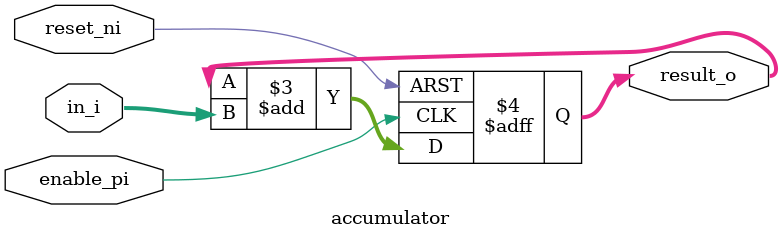
<source format=sv>
module accumulator (
    input  logic       reset_ni, enable_pi,
    input  logic [4:0] in_i,
    output logic [5:0] result_o
);

    always @(posedge enable_pi or negedge reset_ni) begin
        if (!reset_ni) result_o <= 0;
        else if (enable_pi) result_o <= result_o + in_i;
        else result_o <= result_o;
    end
    
endmodule
</source>
